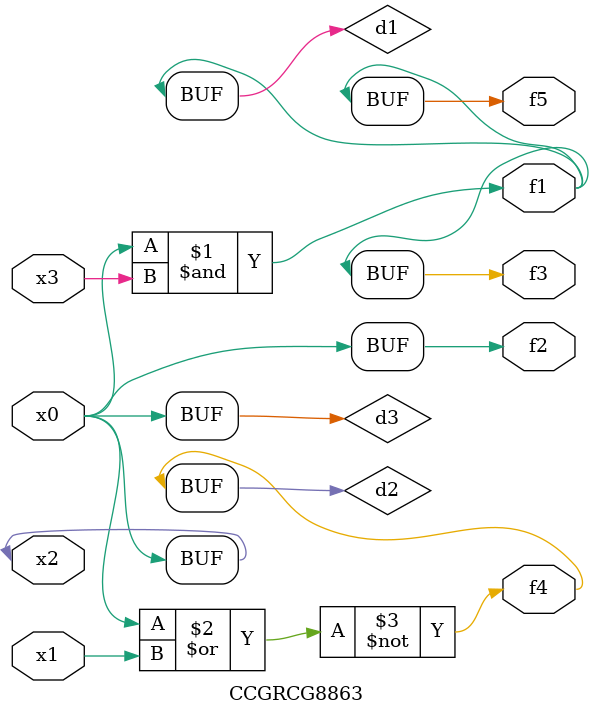
<source format=v>
module CCGRCG8863(
	input x0, x1, x2, x3,
	output f1, f2, f3, f4, f5
);

	wire d1, d2, d3;

	and (d1, x2, x3);
	nor (d2, x0, x1);
	buf (d3, x0, x2);
	assign f1 = d1;
	assign f2 = d3;
	assign f3 = d1;
	assign f4 = d2;
	assign f5 = d1;
endmodule

</source>
